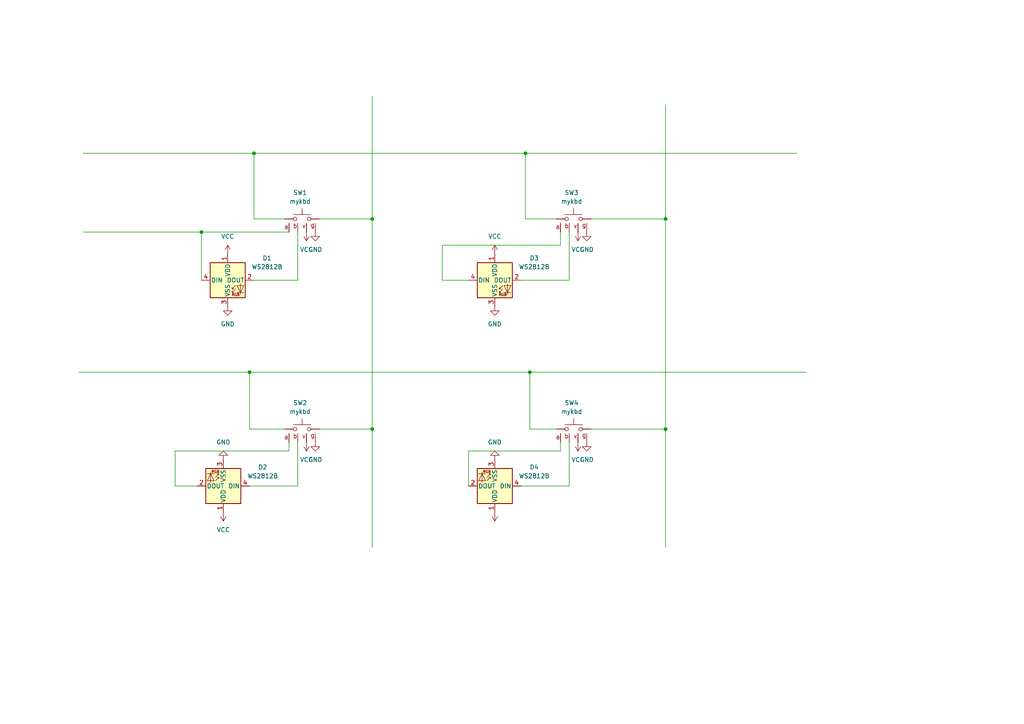
<source format=kicad_sch>
(kicad_sch (version 20250114) (generator "eeschema") (generator_version "9.0")
  (paper "A4")
  (lib_symbols
    (symbol "LED:WS2812B" (pin_names (offset 0.254))
      (property "Reference" "D" (at 5.08 5.715 0))
      (property "Value" "WS2812B" (at 1.27 -5.715 0))
      (symbol "WS2812B_0_0"
        (text "RGB" (at 2.286 -4.191 0) (effects (font (size 0.762 0.762))))
      )
      (symbol "WS2812B_0_1"
        (polyline (pts (xy 1.27 -2.54) (xy 1.778 -2.54)))
        (polyline (pts (xy 1.27 -3.556) (xy 1.778 -3.556)))
        (polyline (pts (xy 2.286 -1.524) (xy 1.27 -2.54) (xy 1.27 -2.032)))
        (polyline (pts (xy 2.286 -2.54) (xy 1.27 -3.556) (xy 1.27 -3.048)))
        (polyline (pts (xy 3.683 -1.016) (xy 3.683 -3.556) (xy 3.683 -4.064)))
        (polyline (pts (xy 4.699 -1.524) (xy 2.667 -1.524) (xy 3.683 -3.556) (xy 4.699 -1.524)))
        (polyline (pts (xy 4.699 -3.556) (xy 2.667 -3.556)))
        (rectangle (start 5.08 5.08) (end -5.08 -5.08) (stroke (width 0.254)) (fill (type background)))
      )
      (symbol "WS2812B_1_1"
        (pin input line (at -7.62 0 0) (length 2.54) (name "DIN") (number "4"))
        (pin power_in line (at 0 7.62 270) (length 2.54) (name "VDD") (number "1"))
        (pin power_in line (at 0 -7.62 90) (length 2.54) (name "VSS") (number "3"))
        (pin output line (at 7.62 0 180) (length 2.54) (name "DOUT") (number "2"))
      )
    )
    (symbol "mykbd:mykbd" (pin_numbers (hide yes)) (pin_names (offset 1.016) (hide yes))
      (property "Reference" "SW" (at 0.762 2.286 0))
      (property "Value" "mykbd" (at -3.556 2.286 0))
      (symbol "mykbd_0_1"
        (circle (center -2.032 0) (radius 0.508))
        (polyline (pts (xy 0 1.27) (xy 0 3.048)))
        (circle (center 2.032 0) (radius 0.508))
        (polyline (pts (xy 2.54 1.27) (xy -2.54 1.27)))
        (pin passive line (at -5.08 0 0) (length 2.54) (name "1") (number "1"))
        (pin passive line (at 5.08 0 180) (length 2.54) (name "2") (number "2"))
      )
      (symbol "mykbd_1_1"
        (text "a" (at -4.572 -2.286 0) (effects (font (size 1.27 1.27))))
        (text "b" (at -2.032 -2.032 0) (effects (font (size 1.27 1.27))))
        (text "v" (at 0.508 -2.032 0) (effects (font (size 1.27 1.27))))
        (text "g" (at 3.048 -1.778 0) (effects (font (size 1.27 1.27))))
        (pin input line (at -3.81 -3.81 90) (length 2.54) (name "3") (number "3"))
        (pin input line (at -1.27 -3.81 90) (length 2.54) (name "4") (number "4"))
        (pin input line (at 1.27 -3.81 90) (length 2.54) (name "5") (number "5"))
        (pin input line (at 3.81 -3.81 90) (length 2.54) (name "6") (number "6"))
      )
    )
    (symbol "power:GND" (power) (pin_numbers (hide yes)) (pin_names (offset 0) (hide yes))
      (property "Value" "GND" (at 0 -3.81 0))
      (symbol "GND_0_1"
        (polyline (pts (xy 0 0) (xy 0 -1.27) (xy 1.27 -1.27) (xy 0 -2.54) (xy -1.27 -1.27) (xy 0 -1.27)))
      )
      (symbol "GND_1_1"
        (pin power_in line (at 0 0 270) (length 0) (name "~") (number "1"))
      )
    )
    (symbol "power:VCC" (power) (pin_numbers (hide yes)) (pin_names (offset 0) (hide yes))
      (property "Value" "VCC" (at 0 3.556 0))
      (symbol "VCC_0_1"
        (polyline (pts (xy -0.762 1.27) (xy 0 2.54)))
        (polyline (pts (xy 0 2.54) (xy 0.762 1.27)))
        (polyline (pts (xy 0 0) (xy 0 2.54)))
      )
      (symbol "VCC_1_1"
        (pin power_in line (at 0 0 90) (length 0) (name "~") (number "1"))
      )
    )
  )
  (junction (at 107.95 63.5))
  (junction (at 107.95 124.46))
  (junction (at 153.67 107.95))
  (junction (at 72.39 107.95))
  (junction (at 58.42 67.31))
  (junction (at 73.66 44.45))
  (junction (at 152.4 44.45))
  (junction (at 193.04 124.46))
  (junction (at 193.04 63.5))
  (wire (pts (xy 193.04 30.48) (xy 193.04 63.5)))
  (wire (pts (xy 151.13 140.97) (xy 165.1 140.97)))
  (wire (pts (xy 107.95 63.5) (xy 107.95 124.46)))
  (wire (pts (xy 50.8 140.97) (xy 57.15 140.97)))
  (wire (pts (xy 193.04 63.5) (xy 171.45 63.5)))
  (wire (pts (xy 151.13 81.28) (xy 165.1 81.28)))
  (wire (pts (xy 193.04 63.5) (xy 193.04 124.46)))
  (wire (pts (xy 153.67 107.95) (xy 153.67 124.46)))
  (wire (pts (xy 73.66 63.5) (xy 82.55 63.5)))
  (wire (pts (xy 128.27 71.12) (xy 128.27 81.28)))
  (wire (pts (xy 128.27 81.28) (xy 135.89 81.28)))
  (wire (pts (xy 152.4 63.5) (xy 161.29 63.5)))
  (wire (pts (xy 153.67 107.95) (xy 233.68 107.95)))
  (wire (pts (xy 73.66 44.45) (xy 152.4 44.45)))
  (wire (pts (xy 162.56 128.27) (xy 162.56 130.81)))
  (wire (pts (xy 107.95 124.46) (xy 107.95 158.75)))
  (wire (pts (xy 152.4 44.45) (xy 231.14 44.45)))
  (wire (pts (xy 72.39 124.46) (xy 82.55 124.46)))
  (wire (pts (xy 83.82 130.81) (xy 50.8 130.81)))
  (wire (pts (xy 50.8 130.81) (xy 50.8 140.97)))
  (wire (pts (xy 152.4 44.45) (xy 152.4 63.5)))
  (wire (pts (xy 135.89 140.97) (xy 135.89 130.81)))
  (wire (pts (xy 72.39 107.95) (xy 153.67 107.95)))
  (wire (pts (xy 22.86 107.95) (xy 72.39 107.95)))
  (wire (pts (xy 193.04 124.46) (xy 171.45 124.46)))
  (wire (pts (xy 135.89 130.81) (xy 162.56 130.81)))
  (wire (pts (xy 153.67 124.46) (xy 161.29 124.46)))
  (wire (pts (xy 107.95 124.46) (xy 92.71 124.46)))
  (wire (pts (xy 58.42 67.31) (xy 83.82 67.31)))
  (wire (pts (xy 162.56 71.12) (xy 128.27 71.12)))
  (wire (pts (xy 86.36 67.31) (xy 86.36 81.28)))
  (wire (pts (xy 107.95 63.5) (xy 92.71 63.5)))
  (wire (pts (xy 162.56 71.12) (xy 162.56 67.31)))
  (wire (pts (xy 72.39 107.95) (xy 72.39 124.46)))
  (wire (pts (xy 86.36 128.27) (xy 86.36 140.97)))
  (wire (pts (xy 72.39 140.97) (xy 86.36 140.97)))
  (wire (pts (xy 83.82 128.27) (xy 83.82 130.81)))
  (wire (pts (xy 73.66 44.45) (xy 73.66 63.5)))
  (wire (pts (xy 24.13 67.31) (xy 58.42 67.31)))
  (wire (pts (xy 58.42 67.31) (xy 58.42 81.28)))
  (wire (pts (xy 193.04 124.46) (xy 193.04 158.75)))
  (wire (pts (xy 165.1 67.31) (xy 165.1 81.28)))
  (wire (pts (xy 107.95 27.94) (xy 107.95 63.5)))
  (wire (pts (xy 73.66 81.28) (xy 86.36 81.28)))
  (wire (pts (xy 165.1 128.27) (xy 165.1 140.97)))
  (wire (pts (xy 24.13 44.45) (xy 73.66 44.45)))
  (symbol (lib_id "power:GND") (at 143.51 133.35 180) (unit 1)
    (property "Reference" "#PWR011" (effects (hide yes)))
    (property "Value" "GND" (at 143.51 128.27 0))
    (property "Description" "Power symbol creates a global label with name \"GND\" , ground" (effects (hide yes)))
  )
  (symbol (lib_id "power:VCC") (at 167.64 67.31 180) (unit 1)
    (property "Reference" "#PWR013" (effects (hide yes)))
    (property "Value" "VCC" (at 167.64 72.39 0))
    (property "Description" "Power symbol creates a global label with name \"VCC\"" (effects (hide yes)))
  )
  (symbol (lib_id "mykbd:mykbd") (at 166.37 63.5 0) (unit 1)
    (property "Reference" "SW3" (at 165.7822 55.88 0))
    (property "Value" "mykbd" (at 165.7822 58.42 0))
    (property "Footprint" "mykbd:seat" (effects (hide yes)))
    (property "Description" "Push button switch, generic, two pins" (effects (hide yes)))
  )
  (symbol (lib_id "power:GND") (at 170.18 128.27 0) (unit 1)
    (property "Reference" "#PWR016" (effects (hide yes)))
    (property "Value" "GND" (at 170.18 133.35 0))
    (property "Description" "Power symbol creates a global label with name \"GND\" , ground" (effects (hide yes)))
  )
  (symbol (lib_id "power:GND") (at 91.44 67.31 0) (unit 1)
    (property "Reference" "#PWR07" (effects (hide yes)))
    (property "Value" "GND" (at 91.44 72.39 0))
    (property "Description" "Power symbol creates a global label with name \"GND\" , ground" (effects (hide yes)))
  )
  (symbol (lib_id "power:VCC") (at 66.04 73.66 0) (unit 1)
    (property "Reference" "#PWR03" (effects (hide yes)))
    (property "Value" "VCC" (at 66.04 68.58 0))
    (property "Description" "Power symbol creates a global label with name \"VCC\"" (effects (hide yes)))
  )
  (symbol (lib_id "LED:WS2812B") (at 143.51 81.28 0) (unit 1)
    (property "Reference" "D3" (at 154.94 74.8598 0))
    (property "Value" "WS2812B" (at 154.94 77.3998 0))
    (property "Footprint" "LED_SMD:LED_WS2812B_PLCC4_5.0x5.0mm_P3.2mm" (effects (hide yes)))
    (property "Datasheet" "https://cdn-shop.adafruit.com/datasheets/WS2812B.pdf" (effects (hide yes)))
    (property "Description" "RGB LED with integrated controller" (effects (hide yes)))
  )
  (symbol (lib_id "power:VCC") (at 88.9 67.31 180) (unit 1)
    (property "Reference" "#PWR05" (effects (hide yes)))
    (property "Value" "VCC" (at 88.9 72.39 0))
    (property "Description" "Power symbol creates a global label with name \"VCC\"" (effects (hide yes)))
  )
  (symbol (lib_id "power:VCC") (at 167.64 128.27 180) (unit 1)
    (property "Reference" "#PWR014" (effects (hide yes)))
    (property "Value" "VCC" (at 167.64 133.35 0))
    (property "Description" "Power symbol creates a global label with name \"VCC\"" (effects (hide yes)))
  )
  (symbol (lib_id "mykbd:mykbd") (at 166.37 124.46 0) (unit 1)
    (property "Reference" "SW4" (at 165.7822 116.84 0))
    (property "Value" "mykbd" (at 165.7822 119.38 0))
    (property "Footprint" "mykbd:seat" (effects (hide yes)))
    (property "Description" "Push button switch, generic, two pins" (effects (hide yes)))
  )
  (symbol (lib_id "power:GND") (at 91.44 128.27 0) (unit 1)
    (property "Reference" "#PWR08" (effects (hide yes)))
    (property "Value" "GND" (at 91.44 133.35 0))
    (property "Description" "Power symbol creates a global label with name \"GND\" , ground" (effects (hide yes)))
  )
  (symbol (lib_id "mykbd:mykbd") (at 87.63 124.46 0) (unit 1)
    (property "Reference" "SW2" (at 87.0422 116.84 0))
    (property "Value" "mykbd" (at 87.0422 119.38 0))
    (property "Footprint" "mykbd:seat" (effects (hide yes)))
    (property "Description" "Push button switch, generic, two pins" (effects (hide yes)))
  )
  (symbol (lib_id "LED:WS2812B") (at 64.77 140.97 180) (unit 1)
    (property "Reference" "D2" (at 76.2 135.5246 0))
    (property "Value" "WS2812B" (at 76.2 138.0646 0))
    (property "Footprint" "LED_SMD:LED_WS2812B_PLCC4_5.0x5.0mm_P3.2mm" (effects (hide yes)))
    (property "Datasheet" "https://cdn-shop.adafruit.com/datasheets/WS2812B.pdf" (effects (hide yes)))
    (property "Description" "RGB LED with integrated controller" (effects (hide yes)))
  )
  (symbol (lib_id "power:VCC") (at 143.51 73.66 0) (unit 1)
    (property "Reference" "#PWR09" (effects (hide yes)))
    (property "Value" "VCC" (at 143.51 68.58 0))
    (property "Description" "Power symbol creates a global label with name \"VCC\"" (effects (hide yes)))
  )
  (symbol (lib_id "power:GND") (at 64.77 133.35 180) (unit 1)
    (property "Reference" "#PWR01" (effects (hide yes)))
    (property "Value" "GND" (at 64.77 128.27 0))
    (property "Description" "Power symbol creates a global label with name \"GND\" , ground" (effects (hide yes)))
  )
  (symbol (lib_id "power:VCC") (at 88.9 128.27 180) (unit 1)
    (property "Reference" "#PWR06" (effects (hide yes)))
    (property "Value" "VCC" (at 88.9 133.35 0))
    (property "Description" "Power symbol creates a global label with name \"VCC\"" (effects (hide yes)))
  )
  (symbol (lib_id "power:GND") (at 170.18 67.31 0) (unit 1)
    (property "Reference" "#PWR015" (effects (hide yes)))
    (property "Value" "GND" (at 170.18 72.39 0))
    (property "Description" "Power symbol creates a global label with name \"GND\" , ground" (effects (hide yes)))
  )
  (symbol (lib_id "LED:WS2812B") (at 143.51 140.97 180) (unit 1)
    (property "Reference" "D4" (at 154.94 135.5246 0))
    (property "Value" "WS2812B" (at 154.94 138.0646 0))
    (property "Footprint" "LED_SMD:LED_WS2812B_PLCC4_5.0x5.0mm_P3.2mm" (effects (hide yes)))
    (property "Datasheet" "https://cdn-shop.adafruit.com/datasheets/WS2812B.pdf" (effects (hide yes)))
    (property "Description" "RGB LED with integrated controller" (effects (hide yes)))
  )
  (symbol (lib_id "power:VCC") (at 143.51 148.59 180) (unit 1)
    (property "Reference" "#PWR012" (effects (hide yes)))
    (property "Value" "VCC" (effects (hide yes)))
    (property "Description" "Power symbol creates a global label with name \"VCC\"" (effects (hide yes)))
  )
  (symbol (lib_id "power:VCC") (at 64.77 148.59 180) (unit 1)
    (property "Reference" "#PWR02" (effects (hide yes)))
    (property "Value" "VCC" (at 64.77 153.67 0))
    (property "Description" "Power symbol creates a global label with name \"VCC\"" (effects (hide yes)))
  )
  (symbol (lib_id "mykbd:mykbd") (at 87.63 63.5 0) (unit 1)
    (property "Reference" "SW1" (at 87.0422 55.88 0))
    (property "Value" "mykbd" (at 87.0422 58.42 0))
    (property "Footprint" "mykbd:seat" (effects (hide yes)))
    (property "Description" "Push button switch, generic, two pins" (effects (hide yes)))
  )
  (symbol (lib_id "LED:WS2812B") (at 66.04 81.28 0) (unit 1)
    (property "Reference" "D1" (at 77.47 74.8598 0))
    (property "Value" "WS2812B" (at 77.47 77.3998 0))
    (property "Footprint" "LED_SMD:LED_WS2812B_PLCC4_5.0x5.0mm_P3.2mm" (effects (hide yes)))
    (property "Datasheet" "https://cdn-shop.adafruit.com/datasheets/WS2812B.pdf" (effects (hide yes)))
    (property "Description" "RGB LED with integrated controller" (effects (hide yes)))
  )
  (symbol (lib_id "power:GND") (at 66.04 88.9 0) (unit 1)
    (property "Reference" "#PWR04" (effects (hide yes)))
    (property "Value" "GND" (at 66.04 93.98 0))
    (property "Description" "Power symbol creates a global label with name \"GND\" , ground" (effects (hide yes)))
  )
  (symbol (lib_id "power:GND") (at 143.51 88.9 0) (unit 1)
    (property "Reference" "#PWR010" (effects (hide yes)))
    (property "Value" "GND" (at 143.51 93.98 0))
    (property "Description" "Power symbol creates a global label with name \"GND\" , ground" (effects (hide yes)))
  )
)
</source>
